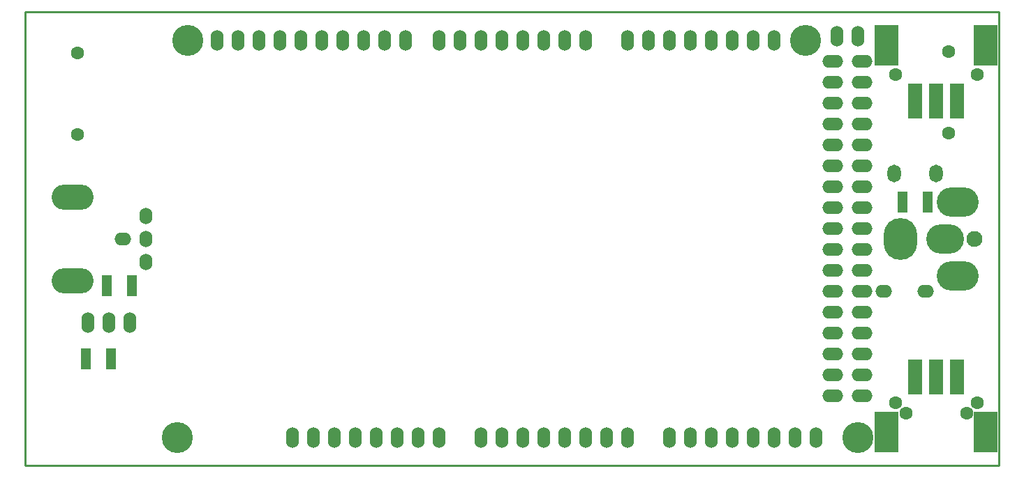
<source format=gbs>
G04 #@! TF.GenerationSoftware,KiCad,Pcbnew,no-vcs-found-7571~57~ubuntu16.04.1*
G04 #@! TF.CreationDate,2017-02-02T16:12:20-05:00*
G04 #@! TF.ProjectId,h_bridge_controller_5x3,74656D706C6174655F3578332E6B6963,1.0*
G04 #@! TF.FileFunction,Soldermask,Bot*
G04 #@! TF.FilePolarity,Negative*
%FSLAX46Y46*%
G04 Gerber Fmt 4.6, Leading zero omitted, Abs format (unit mm)*
G04 Created by KiCad (PCBNEW no-vcs-found-7571~57~ubuntu16.04.1) date Thu Feb  2 16:12:20 2017*
%MOMM*%
%LPD*%
G01*
G04 APERTURE LIST*
%ADD10C,0.100000*%
%ADD11C,0.228600*%
%ADD12C,3.759200*%
%ADD13O,1.524000X2.540000*%
%ADD14O,2.540000X1.524000*%
%ADD15C,1.930400*%
%ADD16O,4.572000X3.556000*%
%ADD17O,4.064000X5.080000*%
%ADD18O,5.080000X3.556000*%
%ADD19O,5.080000X3.048000*%
%ADD20O,2.032000X1.524000*%
%ADD21O,1.524000X2.032000*%
%ADD22O,1.651000X2.159000*%
%ADD23C,1.600200*%
%ADD24R,1.778000X4.191000*%
%ADD25R,2.997200X5.029200*%
%ADD26R,1.270000X2.540000*%
G04 APERTURE END LIST*
D10*
D11*
X211455000Y-75311000D02*
X93345000Y-75311000D01*
X211455000Y-130429000D02*
X211455000Y-75311000D01*
X93345000Y-130429000D02*
X211455000Y-130429000D01*
X93345000Y-75311000D02*
X93345000Y-130429000D01*
D12*
X111760000Y-127000000D03*
X113030000Y-78740000D03*
X194310000Y-127000000D03*
X187960000Y-78740000D03*
D13*
X125730000Y-127000000D03*
X128270000Y-127000000D03*
X130810000Y-127000000D03*
X133350000Y-127000000D03*
X135890000Y-127000000D03*
X138430000Y-127000000D03*
X140970000Y-127000000D03*
X143510000Y-127000000D03*
X148590000Y-127000000D03*
X151130000Y-127000000D03*
X153670000Y-127000000D03*
X156210000Y-127000000D03*
X158750000Y-127000000D03*
X161290000Y-127000000D03*
X163830000Y-127000000D03*
X166370000Y-127000000D03*
X171450000Y-127000000D03*
X173990000Y-127000000D03*
X176530000Y-127000000D03*
X179070000Y-127000000D03*
X181610000Y-127000000D03*
X184150000Y-127000000D03*
X186690000Y-127000000D03*
X189230000Y-127000000D03*
X116586000Y-78740000D03*
X119126000Y-78740000D03*
X121666000Y-78740000D03*
X124206000Y-78740000D03*
X126746000Y-78740000D03*
X129286000Y-78740000D03*
X131826000Y-78740000D03*
X134366000Y-78740000D03*
X136906000Y-78740000D03*
X139446000Y-78740000D03*
X143510000Y-78740000D03*
X161290000Y-78740000D03*
X158750000Y-78740000D03*
X156210000Y-78740000D03*
X153670000Y-78740000D03*
X151130000Y-78740000D03*
X148590000Y-78740000D03*
X146050000Y-78740000D03*
X166370000Y-78740000D03*
X168910000Y-78740000D03*
X171450000Y-78740000D03*
X173990000Y-78740000D03*
X176530000Y-78740000D03*
X179070000Y-78740000D03*
X181610000Y-78740000D03*
X184150000Y-78740000D03*
X191770000Y-78232000D03*
X194310000Y-78232000D03*
D14*
X191262000Y-81280000D03*
X194818000Y-81280000D03*
X191262000Y-83820000D03*
X194818000Y-83820000D03*
X191262000Y-86360000D03*
X194818000Y-86360000D03*
X191262000Y-88900000D03*
X194818000Y-88900000D03*
X191262000Y-91440000D03*
X194818000Y-91440000D03*
X191262000Y-93980000D03*
X194818000Y-93980000D03*
X191262000Y-96520000D03*
X194818000Y-96520000D03*
X191262000Y-99060000D03*
X194818000Y-99060000D03*
X191262000Y-101600000D03*
X194818000Y-101600000D03*
X191262000Y-104140000D03*
X194818000Y-104140000D03*
X191262000Y-106680000D03*
X194818000Y-106680000D03*
X191262000Y-109220000D03*
X194818000Y-109220000D03*
X191262000Y-111760000D03*
X194818000Y-111760000D03*
X191262000Y-114300000D03*
X194818000Y-114300000D03*
X191262000Y-116840000D03*
X194818000Y-116840000D03*
X191262000Y-119380000D03*
X194818000Y-119380000D03*
X191262000Y-121920000D03*
X194818000Y-121920000D03*
D13*
X103505000Y-113030000D03*
X100965000Y-113030000D03*
X106045000Y-113030000D03*
D15*
X208457800Y-102870000D03*
D16*
X204952600Y-102870000D03*
D17*
X199466200Y-102870000D03*
D18*
X206451200Y-98374200D03*
X206451200Y-107365800D03*
D19*
X99060000Y-107950000D03*
X99060000Y-97790000D03*
D20*
X105156000Y-102870000D03*
D21*
X107950000Y-102870000D03*
X107950000Y-100076000D03*
X107950000Y-105664000D03*
D22*
X198755000Y-94970600D03*
X203835000Y-94970600D03*
D23*
X99695000Y-90170000D03*
X99695000Y-80264000D03*
D24*
X206375000Y-86106000D03*
X203835000Y-86106000D03*
X201295000Y-86106000D03*
D23*
X208788000Y-82931000D03*
X198882000Y-82931000D03*
D25*
X209829400Y-79375000D03*
X197840600Y-79375000D03*
D23*
X205359000Y-80137000D03*
X205359000Y-90043000D03*
D24*
X201295000Y-119634000D03*
X203835000Y-119634000D03*
X206375000Y-119634000D03*
D23*
X198882000Y-122809000D03*
X208788000Y-122809000D03*
D25*
X197840600Y-126365000D03*
X209829400Y-126365000D03*
D23*
X207518000Y-124079000D03*
X200152000Y-124079000D03*
D20*
X197485000Y-109220000D03*
X202565000Y-109220000D03*
D26*
X100711000Y-117475000D03*
X103759000Y-117475000D03*
X106299000Y-108585000D03*
X103251000Y-108585000D03*
X199771000Y-98425000D03*
X202819000Y-98425000D03*
M02*

</source>
